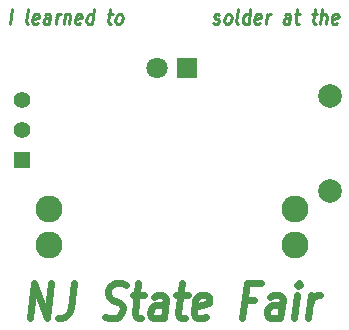
<source format=gts>
%TF.GenerationSoftware,KiCad,Pcbnew,(5.1.10)-1*%
%TF.CreationDate,2021-07-18T19:04:49-07:00*%
%TF.ProjectId,project,70726f6a-6563-4742-9e6b-696361645f70,rev?*%
%TF.SameCoordinates,Original*%
%TF.FileFunction,Soldermask,Top*%
%TF.FilePolarity,Negative*%
%FSLAX46Y46*%
G04 Gerber Fmt 4.6, Leading zero omitted, Abs format (unit mm)*
G04 Created by KiCad (PCBNEW (5.1.10)-1) date 2021-07-18 19:04:49*
%MOMM*%
%LPD*%
G01*
G04 APERTURE LIST*
%ADD10C,0.250000*%
%ADD11C,0.625000*%
%ADD12C,1.998980*%
%ADD13C,2.286000*%
%ADD14R,1.800000X1.800000*%
%ADD15C,1.800000*%
%ADD16R,1.397000X1.397000*%
%ADD17C,1.397000*%
G04 APERTURE END LIST*
D10*
X178763095Y-75435952D02*
X178860416Y-75495476D01*
X179069940Y-75495476D01*
X179182142Y-75435952D01*
X179249404Y-75316904D01*
X179256845Y-75257380D01*
X179219345Y-75138333D01*
X179122023Y-75078809D01*
X178964880Y-75078809D01*
X178867559Y-75019285D01*
X178830059Y-74900238D01*
X178837500Y-74840714D01*
X178904761Y-74721666D01*
X179016964Y-74662142D01*
X179174107Y-74662142D01*
X179271428Y-74721666D01*
X179855654Y-75495476D02*
X179758333Y-75435952D01*
X179713392Y-75376428D01*
X179675892Y-75257380D01*
X179720535Y-74900238D01*
X179787797Y-74781190D01*
X179847619Y-74721666D01*
X179959821Y-74662142D01*
X180116964Y-74662142D01*
X180214285Y-74721666D01*
X180259226Y-74781190D01*
X180296726Y-74900238D01*
X180252083Y-75257380D01*
X180184821Y-75376428D01*
X180125000Y-75435952D01*
X180012797Y-75495476D01*
X179855654Y-75495476D01*
X180850892Y-75495476D02*
X180753571Y-75435952D01*
X180716071Y-75316904D01*
X180850000Y-74245476D01*
X181741369Y-75495476D02*
X181897619Y-74245476D01*
X181748809Y-75435952D02*
X181636607Y-75495476D01*
X181427083Y-75495476D01*
X181329761Y-75435952D01*
X181284821Y-75376428D01*
X181247321Y-75257380D01*
X181291964Y-74900238D01*
X181359226Y-74781190D01*
X181419047Y-74721666D01*
X181531250Y-74662142D01*
X181740773Y-74662142D01*
X181838095Y-74721666D01*
X182691666Y-75435952D02*
X182579464Y-75495476D01*
X182369940Y-75495476D01*
X182272619Y-75435952D01*
X182235119Y-75316904D01*
X182294642Y-74840714D01*
X182361904Y-74721666D01*
X182474107Y-74662142D01*
X182683630Y-74662142D01*
X182780952Y-74721666D01*
X182818452Y-74840714D01*
X182803571Y-74959761D01*
X182264880Y-75078809D01*
X183208035Y-75495476D02*
X183312202Y-74662142D01*
X183282440Y-74900238D02*
X183349702Y-74781190D01*
X183409523Y-74721666D01*
X183521726Y-74662142D01*
X183626488Y-74662142D01*
X185198511Y-75495476D02*
X185280357Y-74840714D01*
X185242857Y-74721666D01*
X185145535Y-74662142D01*
X184936011Y-74662142D01*
X184823809Y-74721666D01*
X185205952Y-75435952D02*
X185093750Y-75495476D01*
X184831845Y-75495476D01*
X184734523Y-75435952D01*
X184697023Y-75316904D01*
X184711904Y-75197857D01*
X184779166Y-75078809D01*
X184891369Y-75019285D01*
X185153273Y-75019285D01*
X185265476Y-74959761D01*
X185669345Y-74662142D02*
X186088392Y-74662142D01*
X185878571Y-74245476D02*
X185744642Y-75316904D01*
X185782142Y-75435952D01*
X185879464Y-75495476D01*
X185984226Y-75495476D01*
X187136011Y-74662142D02*
X187555059Y-74662142D01*
X187345238Y-74245476D02*
X187211309Y-75316904D01*
X187248809Y-75435952D01*
X187346130Y-75495476D01*
X187450892Y-75495476D01*
X187817559Y-75495476D02*
X187973809Y-74245476D01*
X188288988Y-75495476D02*
X188370833Y-74840714D01*
X188333333Y-74721666D01*
X188236011Y-74662142D01*
X188078869Y-74662142D01*
X187966666Y-74721666D01*
X187906845Y-74781190D01*
X189239285Y-75435952D02*
X189127083Y-75495476D01*
X188917559Y-75495476D01*
X188820238Y-75435952D01*
X188782738Y-75316904D01*
X188842261Y-74840714D01*
X188909523Y-74721666D01*
X189021726Y-74662142D01*
X189231250Y-74662142D01*
X189328571Y-74721666D01*
X189366071Y-74840714D01*
X189351190Y-74959761D01*
X188812500Y-75078809D01*
X161525654Y-75495476D02*
X161681904Y-74245476D01*
X163044702Y-75495476D02*
X162947380Y-75435952D01*
X162909880Y-75316904D01*
X163043809Y-74245476D01*
X163890238Y-75435952D02*
X163778035Y-75495476D01*
X163568511Y-75495476D01*
X163471190Y-75435952D01*
X163433690Y-75316904D01*
X163493214Y-74840714D01*
X163560476Y-74721666D01*
X163672678Y-74662142D01*
X163882202Y-74662142D01*
X163979523Y-74721666D01*
X164017023Y-74840714D01*
X164002142Y-74959761D01*
X163463452Y-75078809D01*
X164878035Y-75495476D02*
X164959880Y-74840714D01*
X164922380Y-74721666D01*
X164825059Y-74662142D01*
X164615535Y-74662142D01*
X164503333Y-74721666D01*
X164885476Y-75435952D02*
X164773273Y-75495476D01*
X164511369Y-75495476D01*
X164414047Y-75435952D01*
X164376547Y-75316904D01*
X164391428Y-75197857D01*
X164458690Y-75078809D01*
X164570892Y-75019285D01*
X164832797Y-75019285D01*
X164945000Y-74959761D01*
X165401845Y-75495476D02*
X165506011Y-74662142D01*
X165476250Y-74900238D02*
X165543511Y-74781190D01*
X165603333Y-74721666D01*
X165715535Y-74662142D01*
X165820297Y-74662142D01*
X166186964Y-74662142D02*
X166082797Y-75495476D01*
X166172083Y-74781190D02*
X166231904Y-74721666D01*
X166344107Y-74662142D01*
X166501250Y-74662142D01*
X166598571Y-74721666D01*
X166636071Y-74840714D01*
X166554226Y-75495476D01*
X167504523Y-75435952D02*
X167392321Y-75495476D01*
X167182797Y-75495476D01*
X167085476Y-75435952D01*
X167047976Y-75316904D01*
X167107500Y-74840714D01*
X167174761Y-74721666D01*
X167286964Y-74662142D01*
X167496488Y-74662142D01*
X167593809Y-74721666D01*
X167631309Y-74840714D01*
X167616428Y-74959761D01*
X167077738Y-75078809D01*
X168492321Y-75495476D02*
X168648571Y-74245476D01*
X168499761Y-75435952D02*
X168387559Y-75495476D01*
X168178035Y-75495476D01*
X168080714Y-75435952D01*
X168035773Y-75376428D01*
X167998273Y-75257380D01*
X168042916Y-74900238D01*
X168110178Y-74781190D01*
X168170000Y-74721666D01*
X168282202Y-74662142D01*
X168491726Y-74662142D01*
X168589047Y-74721666D01*
X169801250Y-74662142D02*
X170220297Y-74662142D01*
X170010476Y-74245476D02*
X169876547Y-75316904D01*
X169914047Y-75435952D01*
X170011369Y-75495476D01*
X170116130Y-75495476D01*
X170639940Y-75495476D02*
X170542619Y-75435952D01*
X170497678Y-75376428D01*
X170460178Y-75257380D01*
X170504821Y-74900238D01*
X170572083Y-74781190D01*
X170631904Y-74721666D01*
X170744107Y-74662142D01*
X170901250Y-74662142D01*
X170998571Y-74721666D01*
X171043511Y-74781190D01*
X171081011Y-74900238D01*
X171036369Y-75257380D01*
X170969107Y-75376428D01*
X170909285Y-75435952D01*
X170797083Y-75495476D01*
X170639940Y-75495476D01*
D11*
X163235540Y-100417142D02*
X163610540Y-97417142D01*
X164664111Y-100417142D01*
X165039111Y-97417142D01*
X166943873Y-97417142D02*
X166676016Y-99560000D01*
X166503397Y-99988571D01*
X166229587Y-100274285D01*
X165854587Y-100417142D01*
X165616492Y-100417142D01*
X169562921Y-100274285D02*
X169902206Y-100417142D01*
X170497444Y-100417142D01*
X170753397Y-100274285D01*
X170890302Y-100131428D01*
X171045063Y-99845714D01*
X171080778Y-99560000D01*
X170997444Y-99274285D01*
X170896254Y-99131428D01*
X170676016Y-98988571D01*
X170217683Y-98845714D01*
X169997444Y-98702857D01*
X169896254Y-98560000D01*
X169812921Y-98274285D01*
X169848635Y-97988571D01*
X170003397Y-97702857D01*
X170140302Y-97560000D01*
X170396254Y-97417142D01*
X170991492Y-97417142D01*
X171330778Y-97560000D01*
X171937921Y-98417142D02*
X172890302Y-98417142D01*
X172420063Y-97417142D02*
X172098635Y-99988571D01*
X172181968Y-100274285D01*
X172402206Y-100417142D01*
X172640302Y-100417142D01*
X174545063Y-100417142D02*
X174741492Y-98845714D01*
X174658159Y-98560000D01*
X174437921Y-98417142D01*
X173961730Y-98417142D01*
X173705778Y-98560000D01*
X174562921Y-100274285D02*
X174306968Y-100417142D01*
X173711730Y-100417142D01*
X173491492Y-100274285D01*
X173408159Y-99988571D01*
X173443873Y-99702857D01*
X173598635Y-99417142D01*
X173854587Y-99274285D01*
X174449825Y-99274285D01*
X174705778Y-99131428D01*
X175628397Y-98417142D02*
X176580778Y-98417142D01*
X176110540Y-97417142D02*
X175789111Y-99988571D01*
X175872444Y-100274285D01*
X176092683Y-100417142D01*
X176330778Y-100417142D01*
X178134349Y-100274285D02*
X177878397Y-100417142D01*
X177402206Y-100417142D01*
X177181968Y-100274285D01*
X177098635Y-99988571D01*
X177241492Y-98845714D01*
X177396254Y-98560000D01*
X177652206Y-98417142D01*
X178128397Y-98417142D01*
X178348635Y-98560000D01*
X178431968Y-98845714D01*
X178396254Y-99131428D01*
X177170063Y-99417142D01*
X182241492Y-98845714D02*
X181408159Y-98845714D01*
X181211730Y-100417142D02*
X181586730Y-97417142D01*
X182777206Y-97417142D01*
X184426016Y-100417142D02*
X184622444Y-98845714D01*
X184539111Y-98560000D01*
X184318873Y-98417142D01*
X183842683Y-98417142D01*
X183586730Y-98560000D01*
X184443873Y-100274285D02*
X184187921Y-100417142D01*
X183592683Y-100417142D01*
X183372444Y-100274285D01*
X183289111Y-99988571D01*
X183324825Y-99702857D01*
X183479587Y-99417142D01*
X183735540Y-99274285D01*
X184330778Y-99274285D01*
X184586730Y-99131428D01*
X185616492Y-100417142D02*
X185866492Y-98417142D01*
X185991492Y-97417142D02*
X185854587Y-97560000D01*
X185955778Y-97702857D01*
X186092683Y-97560000D01*
X185991492Y-97417142D01*
X185955778Y-97702857D01*
X186806968Y-100417142D02*
X187056968Y-98417142D01*
X186985540Y-98988571D02*
X187140302Y-98702857D01*
X187277206Y-98560000D01*
X187533159Y-98417142D01*
X187771254Y-98417142D01*
D12*
%TO.C,R1*%
X188595000Y-81598000D03*
X188595000Y-89598000D03*
%TD*%
D13*
%TO.C,BT1*%
X185674000Y-94234000D03*
X164846000Y-94234000D03*
X185674000Y-91186000D03*
X164846000Y-91186000D03*
%TD*%
D14*
%TO.C,D1*%
X176530000Y-79248000D03*
D15*
X173990000Y-79248000D03*
%TD*%
D16*
%TO.C,SW1*%
X162560000Y-86995000D03*
D17*
X162560000Y-84455000D03*
X162560000Y-81915000D03*
%TD*%
M02*

</source>
